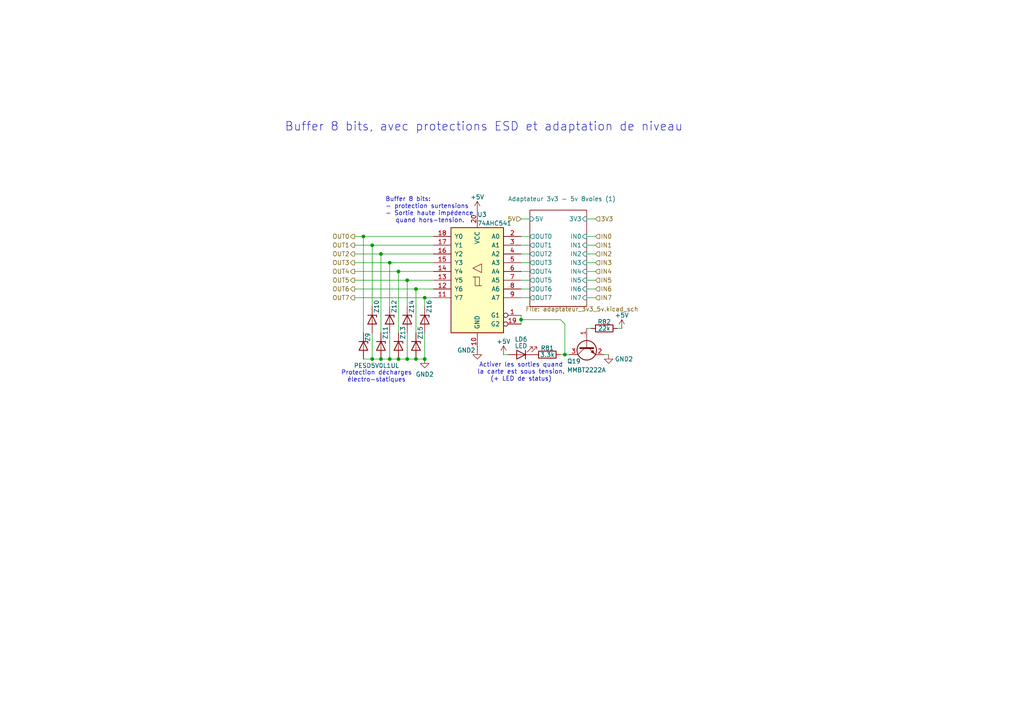
<source format=kicad_sch>
(kicad_sch (version 20250114) (generator "eeschema") (generator_version "9.0")
  (paper "A4")
  (lib_symbols
    (symbol "74xx:74AHC541" (pin_names (offset 1.016))
      (property "Reference" "U" (at -7.62 16.51 0))
      (property "Value" "74AHC541" (at -7.62 -16.51 0))
      (symbol "74AHC541_1_0"
        (polyline (pts (xy -1.27 -1.6002) (xy 0.635 -1.6002) (xy 0.635 0.9398) (xy 1.27 0.9398)))
        (polyline (pts (xy -0.635 -1.6002) (xy -0.635 0.9398) (xy 0.635 0.9398)))
        (polyline (pts (xy 1.27 3.4798) (xy -1.27 4.7498) (xy -1.27 2.2098) (xy 1.27 3.4798)) (stroke (width 0.1524)))
        (pin input line (at -12.7 12.7 0) (length 5.08) (name "A0") (number "2"))
        (pin input line (at -12.7 10.16 0) (length 5.08) (name "A1") (number "3"))
        (pin input line (at -12.7 7.62 0) (length 5.08) (name "A2") (number "4"))
        (pin input line (at -12.7 5.08 0) (length 5.08) (name "A3") (number "5"))
        (pin input line (at -12.7 2.54 0) (length 5.08) (name "A4") (number "6"))
        (pin input line (at -12.7 0 0) (length 5.08) (name "A5") (number "7"))
        (pin input line (at -12.7 -2.54 0) (length 5.08) (name "A6") (number "8"))
        (pin input line (at -12.7 -5.08 0) (length 5.08) (name "A7") (number "9"))
        (pin input inverted (at -12.7 -10.16 0) (length 5.08) (name "G1") (number "1"))
        (pin input inverted (at -12.7 -12.7 0) (length 5.08) (name "G2") (number "19"))
        (pin power_in line (at 0 20.32 270) (length 5.08) (name "VCC") (number "20"))
        (pin power_in line (at 0 -20.32 90) (length 5.08) (name "GND") (number "10"))
        (pin tri_state line (at 12.7 12.7 180) (length 5.08) (name "Y0") (number "18"))
        (pin tri_state line (at 12.7 10.16 180) (length 5.08) (name "Y1") (number "17"))
        (pin tri_state line (at 12.7 7.62 180) (length 5.08) (name "Y2") (number "16"))
        (pin tri_state line (at 12.7 5.08 180) (length 5.08) (name "Y3") (number "15"))
        (pin tri_state line (at 12.7 2.54 180) (length 5.08) (name "Y4") (number "14"))
        (pin tri_state line (at 12.7 0 180) (length 5.08) (name "Y5") (number "13"))
        (pin tri_state line (at 12.7 -2.54 180) (length 5.08) (name "Y6") (number "12"))
        (pin tri_state line (at 12.7 -5.08 180) (length 5.08) (name "Y7") (number "11"))
      )
      (symbol "74AHC541_1_1"
        (rectangle (start -7.62 15.24) (end 7.62 -15.24) (stroke (width 0.254)) (fill (type background)))
      )
    )
    (symbol "Device:LED" (pin_numbers (hide yes)) (pin_names (offset 1.016) (hide yes))
      (property "Reference" "D" (at 0 2.54 0))
      (property "Value" "LED" (at 0 -2.54 0))
      (symbol "LED_0_1"
        (polyline (pts (xy -3.048 -0.762) (xy -4.572 -2.286) (xy -3.81 -2.286) (xy -4.572 -2.286) (xy -4.572 -1.524)))
        (polyline (pts (xy -1.778 -0.762) (xy -3.302 -2.286) (xy -2.54 -2.286) (xy -3.302 -2.286) (xy -3.302 -1.524)))
        (polyline (pts (xy -1.27 0) (xy 1.27 0)))
        (polyline (pts (xy -1.27 -1.27) (xy -1.27 1.27)) (stroke (width 0.254)))
        (polyline (pts (xy 1.27 -1.27) (xy 1.27 1.27) (xy -1.27 0) (xy 1.27 -1.27)) (stroke (width 0.254)))
      )
      (symbol "LED_1_1"
        (pin passive line (at -3.81 0 0) (length 2.54) (name "K") (number "1"))
        (pin passive line (at 3.81 0 180) (length 2.54) (name "A") (number "2"))
      )
    )
    (symbol "Device:R" (pin_numbers (hide yes)) (pin_names (offset 0))
      (property "Reference" "R" (at 2.032 0 90))
      (property "Value" "R" (at 0 0 90))
      (symbol "R_0_1"
        (rectangle (start -1.016 -2.54) (end 1.016 2.54) (stroke (width 0.254)))
      )
      (symbol "R_1_1"
        (pin passive line (at 0 3.81 270) (length 1.27) (name "~") (number "1"))
        (pin passive line (at 0 -3.81 90) (length 1.27) (name "~") (number "2"))
      )
    )
    (symbol "Diode:PESD5V0L1UL" (pin_numbers (hide yes)) (pin_names (hide yes))
      (property "Reference" "D" (at 0 2.54 0))
      (property "Value" "PESD5V0L1UL" (at 0 -2.54 0))
      (symbol "PESD5V0L1UL_0_1"
        (polyline (pts (xy -1.27 -1.27) (xy -1.27 1.27) (xy -0.762 1.27)) (stroke (width 0.254)))
        (polyline (pts (xy 1.27 0) (xy -1.27 0)))
        (polyline (pts (xy 1.27 -1.27) (xy 1.27 1.27) (xy -1.27 0) (xy 1.27 -1.27)) (stroke (width 0.254)))
      )
      (symbol "PESD5V0L1UL_1_1"
        (pin passive line (at -3.81 0 0) (length 2.54) (name "K") (number "1"))
        (pin passive line (at 3.81 0 180) (length 2.54) (name "A") (number "2"))
      )
    )
    (symbol "Transistor_BJT:MMBT2222A" (pin_names (offset 0) (hide yes))
      (property "Reference" "Q" (at 5.08 1.905 0))
      (property "Value" "MMBT2222A" (at 5.08 0 0))
      (symbol "MMBT2222A_0_1"
        (polyline (pts (xy -2.54 0) (xy 0.635 0)))
        (polyline (pts (xy 0.635 1.905) (xy 0.635 -1.905)) (stroke (width 0.508)))
        (circle (center 1.27 0) (radius 2.8194) (stroke (width 0.254)))
      )
      (symbol "MMBT2222A_1_1"
        (polyline (pts (xy 0.635 0.635) (xy 2.54 2.54)))
        (polyline (pts (xy 0.635 -0.635) (xy 2.54 -2.54)))
        (polyline (pts (xy 1.27 -1.778) (xy 1.778 -1.27) (xy 2.286 -2.286) (xy 1.27 -1.778)) (fill (type outline)))
        (pin input line (at -5.08 0 0) (length 2.54) (name "B") (number "1"))
        (pin passive line (at 2.54 5.08 270) (length 2.54) (name "C") (number "3"))
        (pin passive line (at 2.54 -5.08 90) (length 2.54) (name "E") (number "2"))
      )
    )
    (symbol "power:+5V" (power) (pin_numbers (hide yes)) (pin_names (offset 0) (hide yes))
      (property "Value" "+5V" (at 0 3.556 0))
      (symbol "+5V_0_1"
        (polyline (pts (xy -0.762 1.27) (xy 0 2.54)))
        (polyline (pts (xy 0 2.54) (xy 0.762 1.27)))
        (polyline (pts (xy 0 0) (xy 0 2.54)))
      )
      (symbol "+5V_1_1"
        (pin power_in line (at 0 0 90) (length 0) (name "~") (number "1"))
      )
    )
    (symbol "power:GND2" (power) (pin_numbers (hide yes)) (pin_names (offset 0) (hide yes))
      (property "Value" "GND2" (at 0 -3.81 0))
      (symbol "GND2_0_1"
        (polyline (pts (xy 0 0) (xy 0 -1.27) (xy 1.27 -1.27) (xy 0 -2.54) (xy -1.27 -1.27) (xy 0 -1.27)))
      )
      (symbol "GND2_1_1"
        (pin power_in line (at 0 0 270) (length 0) (name "~") (number "1"))
      )
    )
  )
  (text "Activer les sorties quand\nla carte est sous tension.\n(+ LED de status)" (at 151.13 107.95 0) (effects (font (size 1.27 1.27))))
  (text "Protection décharges\nélectro-statiques" (at 109.22 109.22 0) (effects (font (size 1.27 1.27))))
  (text "Buffer 8 bits:\n- protection surtensions\n- Sortie haute impédence\n   quand hors-tension." (at 111.76 60.96 0) (effects (font (size 1.27 1.27)) (justify left)))
  (text "Buffer 8 bits, avec protections ESD et adaptation de niveau" (at 82.55 36.83 0) (effects (font (size 2.5 2.5)) (justify left)))
  (junction (at 118.11 81.28))
  (junction (at 120.65 83.82))
  (junction (at 120.65 104.14))
  (junction (at 151.13 92.71))
  (junction (at 115.57 104.14))
  (junction (at 105.41 68.58))
  (junction (at 163.83 102.87))
  (junction (at 110.49 73.66))
  (junction (at 107.95 104.14))
  (junction (at 118.11 104.14))
  (junction (at 115.57 78.74))
  (junction (at 123.19 86.36))
  (junction (at 123.19 104.14))
  (junction (at 113.03 104.14))
  (junction (at 107.95 71.12))
  (junction (at 110.49 104.14))
  (junction (at 113.03 76.2))
  (wire (pts (xy 118.11 96.52) (xy 118.11 104.14)))
  (wire (pts (xy 151.13 83.82) (xy 153.67 83.82)))
  (wire (pts (xy 120.65 104.14) (xy 123.19 104.14)))
  (wire (pts (xy 162.56 92.71) (xy 163.83 93.98)))
  (wire (pts (xy 151.13 71.12) (xy 153.67 71.12)))
  (wire (pts (xy 102.87 81.28) (xy 118.11 81.28)))
  (wire (pts (xy 110.49 73.66) (xy 125.73 73.66)))
  (wire (pts (xy 107.95 71.12) (xy 107.95 88.9)))
  (wire (pts (xy 163.83 93.98) (xy 163.83 102.87)))
  (wire (pts (xy 115.57 78.74) (xy 125.73 78.74)))
  (wire (pts (xy 113.03 104.14) (xy 115.57 104.14)))
  (wire (pts (xy 105.41 68.58) (xy 125.73 68.58)))
  (wire (pts (xy 115.57 78.74) (xy 115.57 96.52)))
  (wire (pts (xy 170.18 95.25) (xy 171.45 95.25)))
  (wire (pts (xy 118.11 81.28) (xy 125.73 81.28)))
  (wire (pts (xy 123.19 96.52) (xy 123.19 104.14)))
  (wire (pts (xy 151.13 81.28) (xy 153.67 81.28)))
  (wire (pts (xy 151.13 92.71) (xy 151.13 93.98)))
  (wire (pts (xy 170.18 68.58) (xy 172.72 68.58)))
  (wire (pts (xy 105.41 68.58) (xy 105.41 96.52)))
  (wire (pts (xy 170.18 71.12) (xy 172.72 71.12)))
  (wire (pts (xy 146.05 102.87) (xy 147.32 102.87)))
  (wire (pts (xy 151.13 92.71) (xy 162.56 92.71)))
  (wire (pts (xy 105.41 104.14) (xy 107.95 104.14)))
  (wire (pts (xy 151.13 78.74) (xy 153.67 78.74)))
  (wire (pts (xy 102.87 83.82) (xy 120.65 83.82)))
  (wire (pts (xy 102.87 76.2) (xy 113.03 76.2)))
  (wire (pts (xy 107.95 71.12) (xy 125.73 71.12)))
  (wire (pts (xy 107.95 96.52) (xy 107.95 104.14)))
  (wire (pts (xy 151.13 76.2) (xy 153.67 76.2)))
  (wire (pts (xy 123.19 86.36) (xy 125.73 86.36)))
  (wire (pts (xy 113.03 96.52) (xy 113.03 104.14)))
  (wire (pts (xy 123.19 86.36) (xy 123.19 88.9)))
  (wire (pts (xy 118.11 104.14) (xy 120.65 104.14)))
  (wire (pts (xy 118.11 81.28) (xy 118.11 88.9)))
  (wire (pts (xy 179.07 95.25) (xy 180.34 95.25)))
  (wire (pts (xy 120.65 83.82) (xy 125.73 83.82)))
  (wire (pts (xy 113.03 76.2) (xy 125.73 76.2)))
  (wire (pts (xy 102.87 78.74) (xy 115.57 78.74)))
  (wire (pts (xy 102.87 68.58) (xy 105.41 68.58)))
  (wire (pts (xy 170.18 76.2) (xy 172.72 76.2)))
  (wire (pts (xy 151.13 63.5) (xy 153.67 63.5)))
  (wire (pts (xy 151.13 73.66) (xy 153.67 73.66)))
  (wire (pts (xy 170.18 83.82) (xy 172.72 83.82)))
  (wire (pts (xy 102.87 86.36) (xy 123.19 86.36)))
  (wire (pts (xy 120.65 83.82) (xy 120.65 96.52)))
  (wire (pts (xy 110.49 73.66) (xy 110.49 96.52)))
  (wire (pts (xy 170.18 73.66) (xy 172.72 73.66)))
  (wire (pts (xy 170.18 81.28) (xy 172.72 81.28)))
  (wire (pts (xy 151.13 86.36) (xy 153.67 86.36)))
  (wire (pts (xy 170.18 86.36) (xy 172.72 86.36)))
  (wire (pts (xy 170.18 63.5) (xy 172.72 63.5)))
  (wire (pts (xy 175.26 102.87) (xy 176.53 102.87)))
  (wire (pts (xy 165.1 102.87) (xy 163.83 102.87)))
  (wire (pts (xy 115.57 104.14) (xy 118.11 104.14)))
  (wire (pts (xy 102.87 73.66) (xy 110.49 73.66)))
  (wire (pts (xy 162.56 102.87) (xy 163.83 102.87)))
  (wire (pts (xy 113.03 76.2) (xy 113.03 88.9)))
  (wire (pts (xy 107.95 104.14) (xy 110.49 104.14)))
  (wire (pts (xy 170.18 78.74) (xy 172.72 78.74)))
  (wire (pts (xy 151.13 91.44) (xy 151.13 92.71)))
  (wire (pts (xy 102.87 71.12) (xy 107.95 71.12)))
  (wire (pts (xy 110.49 104.14) (xy 113.03 104.14)))
  (wire (pts (xy 151.13 68.58) (xy 153.67 68.58)))
  (hierarchical_label "OUT4" (shape output) (at 102.87 78.74 180))
  (hierarchical_label "OUT3" (shape output) (at 102.87 76.2 180))
  (hierarchical_label "IN7" (shape input) (at 172.72 86.36 0))
  (hierarchical_label "IN0" (shape input) (at 172.72 68.58 0))
  (hierarchical_label "IN2" (shape input) (at 172.72 73.66 0))
  (hierarchical_label "OUT6" (shape output) (at 102.87 83.82 180))
  (hierarchical_label "IN1" (shape input) (at 172.72 71.12 0))
  (hierarchical_label "OUT1" (shape output) (at 102.87 71.12 180))
  (hierarchical_label "5V" (shape input) (at 151.13 63.5 180))
  (hierarchical_label "IN4" (shape input) (at 172.72 78.74 0))
  (hierarchical_label "3V3" (shape input) (at 172.72 63.5 0))
  (hierarchical_label "OUT0" (shape output) (at 102.87 68.58 180))
  (hierarchical_label "IN6" (shape input) (at 172.72 83.82 0))
  (hierarchical_label "IN3" (shape input) (at 172.72 76.2 0))
  (hierarchical_label "OUT5" (shape output) (at 102.87 81.28 180))
  (hierarchical_label "OUT7" (shape output) (at 102.87 86.36 180))
  (hierarchical_label "OUT2" (shape output) (at 102.87 73.66 180))
  (hierarchical_label "IN5" (shape input) (at 172.72 81.28 0))
  (symbol (lib_id "power:+5V") (at 146.05 102.87 0) (unit 1)
    (property "Reference" "#PWR033" (effects (hide yes)))
    (property "Value" "+5V" (at 146.05 99.06 0))
    (property "Description" "Power symbol creates a global label with name \"+5V\"" (effects (hide yes)))
  )
  (symbol (lib_id "power:GND2") (at 123.19 104.14 0) (unit 1)
    (property "Reference" "#PWR04" (effects (hide yes)))
    (property "Value" "GND2" (at 123.19 108.585 0))
    (property "Description" "Power symbol creates a global label with name \"GND2\" , ground" (effects (hide yes)))
  )
  (symbol (lib_id "Diode:PESD5V0L1UL") (at 115.57 100.33 270) (unit 1)
    (property "Reference" "Z13" (at 116.84 96.52 0))
    (property "Value" "PESD5V0L1UL" (effects (hide yes)))
    (property "Footprint" "Diode_SMD:D_SOD-882" (effects (hide yes)))
    (property "Datasheet" "https://assets.nexperia.com/documents/data-sheet/PESD5V0L1UL.pdf" (effects (hide yes)))
    (property "Description" "Low capacitance unidirectional ESD protection diode, 5V, SOD-882" (effects (hide yes)))
  )
  (symbol (lib_id "Diode:PESD5V0L1UL") (at 123.19 92.71 270) (unit 1)
    (property "Reference" "Z16" (at 124.46 88.9 0))
    (property "Value" "PESD5V0L1UL" (effects (hide yes)))
    (property "Footprint" "Diode_SMD:D_SOD-882" (effects (hide yes)))
    (property "Datasheet" "https://assets.nexperia.com/documents/data-sheet/PESD5V0L1UL.pdf" (effects (hide yes)))
    (property "Description" "Low capacitance unidirectional ESD protection diode, 5V, SOD-882" (effects (hide yes)))
  )
  (symbol (lib_id "Device:R") (at 158.75 102.87 90) (unit 1)
    (property "Reference" "R81" (at 158.75 100.965 90))
    (property "Value" "3.3k" (at 158.75 102.87 90))
    (property "Footprint" "Resistor_SMD:R_0805_2012Metric" (effects (hide yes)))
    (property "Description" "Resistor" (effects (hide yes)))
  )
  (symbol (lib_id "Device:LED") (at 151.13 102.87 180) (unit 1)
    (property "Reference" "LD6" (at 151.13 98.425 0))
    (property "Value" "LED" (at 151.13 100.33 0))
    (property "Footprint" "LED_SMD:LED_0805_2012Metric" (effects (hide yes)))
    (property "Description" "Light emitting diode" (effects (hide yes)))
    (property "Sim.Pins" "1=K 2=A" (effects (hide yes)))
  )
  (symbol (lib_id "Diode:PESD5V0L1UL") (at 107.95 92.71 270) (unit 1)
    (property "Reference" "Z10" (at 109.22 88.9 0))
    (property "Value" "PESD5V0L1UL" (effects (hide yes)))
    (property "Footprint" "Diode_SMD:D_SOD-882" (effects (hide yes)))
    (property "Datasheet" "https://assets.nexperia.com/documents/data-sheet/PESD5V0L1UL.pdf" (effects (hide yes)))
    (property "Description" "Low capacitance unidirectional ESD protection diode, 5V, SOD-882" (effects (hide yes)))
  )
  (symbol (lib_id "74xx:74AHC541") (at 138.43 81.28 0) (mirror y) (unit 1)
    (property "Reference" "U3" (at 138.43 62.23 0) (effects (justify right)))
    (property "Value" "74AHC541" (at 138.43 64.77 0) (effects (justify right)))
    (property "Footprint" "Package_SO:TSSOP-20_4.4x5mm_P0.4mm" (effects (hide yes)))
    (property "Datasheet" "https://www.ti.com/lit/ds/symlink/sn74ahc541.pdf" (effects (hide yes)))
    (property "Description" "8-bit Buffer/Line Driver 3-state outputs" (effects (hide yes)))
  )
  (symbol (lib_id "power:+5V") (at 180.34 95.25 0) (unit 1)
    (property "Reference" "#PWR035" (effects (hide yes)))
    (property "Value" "+5V" (at 180.34 91.44 0))
    (property "Description" "Power symbol creates a global label with name \"+5V\"" (effects (hide yes)))
  )
  (symbol (lib_id "Diode:PESD5V0L1UL") (at 120.65 100.33 270) (unit 1)
    (property "Reference" "Z15" (at 121.92 96.52 0))
    (property "Value" "PESD5V0L1UL" (effects (hide yes)))
    (property "Footprint" "Diode_SMD:D_SOD-882" (effects (hide yes)))
    (property "Datasheet" "https://assets.nexperia.com/documents/data-sheet/PESD5V0L1UL.pdf" (effects (hide yes)))
    (property "Description" "Low capacitance unidirectional ESD protection diode, 5V, SOD-882" (effects (hide yes)))
  )
  (symbol (lib_id "power:GND2") (at 138.43 101.6 0) (unit 1)
    (property "Reference" "#PWR06" (effects (hide yes)))
    (property "Value" "GND2" (at 135.255 101.6 0))
    (property "Description" "Power symbol creates a global label with name \"GND2\" , ground" (effects (hide yes)))
  )
  (symbol (lib_id "Diode:PESD5V0L1UL") (at 105.41 100.33 270) (unit 1)
    (property "Reference" "Z9" (at 106.68 97.79 0))
    (property "Value" "PESD5V0L1UL" (at 109.22 106.045 90))
    (property "Footprint" "Diode_SMD:D_SOD-882" (effects (hide yes)))
    (property "Datasheet" "https://assets.nexperia.com/documents/data-sheet/PESD5V0L1UL.pdf" (effects (hide yes)))
    (property "Description" "Low capacitance unidirectional ESD protection diode, 5V, SOD-882" (effects (hide yes)))
  )
  (symbol (lib_id "power:GND2") (at 176.53 102.87 0) (unit 1)
    (property "Reference" "#PWR034" (effects (hide yes)))
    (property "Value" "GND2" (at 180.975 104.14 0))
    (property "Description" "Power symbol creates a global label with name \"GND2\" , ground" (effects (hide yes)))
  )
  (symbol (lib_id "Transistor_BJT:MMBT2222A") (at 170.18 100.33 90) (mirror x) (unit 1)
    (property "Reference" "Q19" (at 164.465 104.775 90) (effects (justify right)))
    (property "Value" "MMBT2222A" (at 164.465 107.315 90) (effects (justify right)))
    (property "Footprint" "Package_TO_SOT_SMD:SOT-23" (effects (hide yes)))
    (property "Datasheet" "https://assets.nexperia.com/documents/data-sheet/MMBT2222A.pdf" (effects (hide yes)))
    (property "Description" "600mA Ic, 40V Vce, NPN Transistor, SOT-23" (effects (hide yes)))
  )
  (symbol (lib_id "power:+5V") (at 138.43 60.96 0) (unit 1)
    (property "Reference" "#PWR024" (effects (hide yes)))
    (property "Value" "+5V" (at 138.43 57.15 0))
    (property "Description" "Power symbol creates a global label with name \"+5V\"" (effects (hide yes)))
  )
  (symbol (lib_id "Diode:PESD5V0L1UL") (at 118.11 92.71 270) (unit 1)
    (property "Reference" "Z14" (at 119.38 88.9 0))
    (property "Value" "PESD5V0L1UL" (effects (hide yes)))
    (property "Footprint" "Diode_SMD:D_SOD-882" (effects (hide yes)))
    (property "Datasheet" "https://assets.nexperia.com/documents/data-sheet/PESD5V0L1UL.pdf" (effects (hide yes)))
    (property "Description" "Low capacitance unidirectional ESD protection diode, 5V, SOD-882" (effects (hide yes)))
  )
  (symbol (lib_id "Diode:PESD5V0L1UL") (at 113.03 92.71 270) (unit 1)
    (property "Reference" "Z12" (at 114.3 88.9 0))
    (property "Value" "PESD5V0L1UL" (effects (hide yes)))
    (property "Footprint" "Diode_SMD:D_SOD-882" (effects (hide yes)))
    (property "Datasheet" "https://assets.nexperia.com/documents/data-sheet/PESD5V0L1UL.pdf" (effects (hide yes)))
    (property "Description" "Low capacitance unidirectional ESD protection diode, 5V, SOD-882" (effects (hide yes)))
  )
  (symbol (lib_id "Device:R") (at 175.26 95.25 270) (unit 1)
    (property "Reference" "R82" (at 175.26 93.345 90))
    (property "Value" "22k" (at 175.26 95.25 90))
    (property "Footprint" "Resistor_SMD:R_0805_2012Metric" (effects (hide yes)))
    (property "Description" "Resistor" (effects (hide yes)))
  )
  (symbol (lib_id "Diode:PESD5V0L1UL") (at 110.49 100.33 270) (unit 1)
    (property "Reference" "Z11" (at 111.76 96.52 0))
    (property "Value" "PESD5V0L1UL" (effects (hide yes)))
    (property "Footprint" "Diode_SMD:D_SOD-882" (effects (hide yes)))
    (property "Datasheet" "https://assets.nexperia.com/documents/data-sheet/PESD5V0L1UL.pdf" (effects (hide yes)))
    (property "Description" "Low capacitance unidirectional ESD protection diode, 5V, SOD-882" (effects (hide yes)))
  )
  (sheet (at 153.67 60.96) (size 16.51 27.94) (stroke (width 0.1524))
    (property "Sheetname" "Adaptateur 3v3 - 5v 8voies (1)" (at 147.32 58.42 0) (effects (justify left bottom)))
    (property "Sheetfile" "adaptateur_3v3_5v.kicad_sch" (at 152.4 88.9 0) (effects (justify left top)))
    (pin "5V" input (at 153.67 63.5 180))
    (pin "3V3" input (at 170.18 63.5 0))
    (pin "IN1" input (at 170.18 71.12 0))
    (pin "OUT1" output (at 153.67 71.12 180))
    (pin "IN4" input (at 170.18 78.74 0))
    (pin "IN5" input (at 170.18 81.28 0))
    (pin "IN0" input (at 170.18 68.58 0))
    (pin "OUT0" output (at 153.67 68.58 180))
    (pin "OUT2" output (at 153.67 73.66 180))
    (pin "OUT5" output (at 153.67 81.28 180))
    (pin "OUT3" output (at 153.67 76.2 180))
    (pin "IN2" input (at 170.18 73.66 0))
    (pin "OUT7" output (at 153.67 86.36 180))
    (pin "OUT6" output (at 153.67 83.82 180))
    (pin "IN3" input (at 170.18 76.2 0))
    (pin "IN6" input (at 170.18 83.82 0))
    (pin "IN7" input (at 170.18 86.36 0))
    (pin "OUT4" output (at 153.67 78.74 180))
  )
)
</source>
